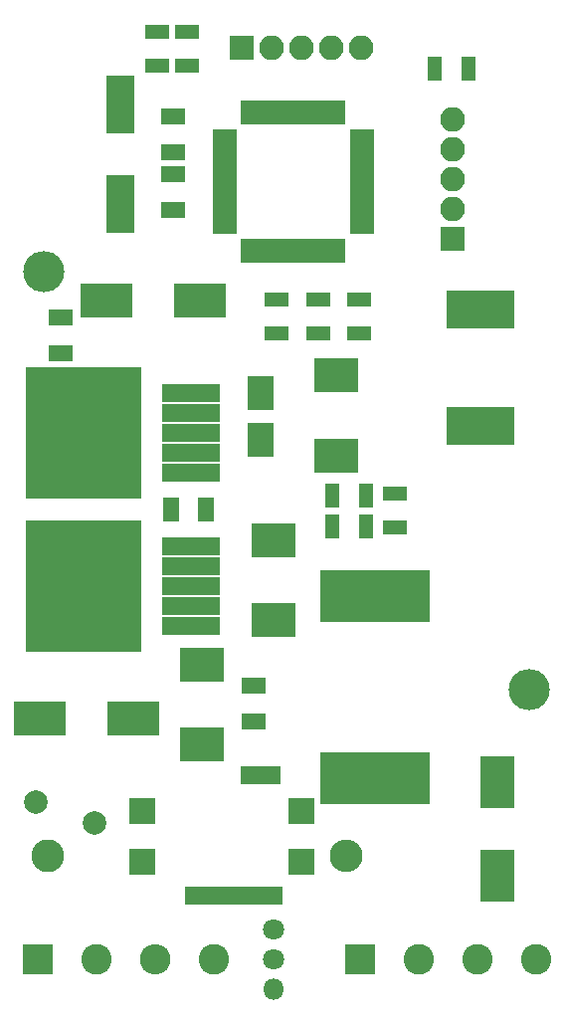
<source format=gbr>
G04 #@! TF.FileFunction,Soldermask,Top*
%FSLAX46Y46*%
G04 Gerber Fmt 4.6, Leading zero omitted, Abs format (unit mm)*
G04 Created by KiCad (PCBNEW 4.0.6) date 08/22/19 22:44:13*
%MOMM*%
%LPD*%
G01*
G04 APERTURE LIST*
%ADD10C,0.100000*%
%ADD11R,2.000000X1.400000*%
%ADD12R,1.400000X2.000000*%
%ADD13R,2.200000X2.900000*%
%ADD14R,3.700000X2.900000*%
%ADD15R,2.200000X2.200000*%
%ADD16R,8.400000X1.600000*%
%ADD17R,3.400000X1.600000*%
%ADD18R,2.100000X2.100000*%
%ADD19O,2.100000X2.100000*%
%ADD20R,5.800000X3.300000*%
%ADD21C,2.800000*%
%ADD22O,2.800000X2.800000*%
%ADD23R,2.100000X1.300000*%
%ADD24R,1.300000X2.100000*%
%ADD25R,2.000000X0.960000*%
%ADD26R,0.960000X2.000000*%
%ADD27R,5.000000X1.500000*%
%ADD28R,9.800000X11.200000*%
%ADD29C,2.000000*%
%ADD30R,4.400000X2.900000*%
%ADD31R,2.900000X4.400000*%
%ADD32R,2.600000X2.600000*%
%ADD33C,2.600000*%
%ADD34O,2.600000X2.600000*%
%ADD35R,9.400000X4.380000*%
%ADD36O,1.800000X1.800000*%
%ADD37C,1.800000*%
%ADD38O,3.500000X3.500000*%
%ADD39R,2.400000X4.900000*%
G04 APERTURE END LIST*
D10*
D11*
X162211000Y-58375000D03*
X162211000Y-55375000D03*
X162211000Y-60275000D03*
X162211000Y-63275000D03*
D12*
X165011000Y-88775000D03*
X162011000Y-88775000D03*
D11*
X152611000Y-75475000D03*
X152611000Y-72475000D03*
X169061000Y-103775000D03*
X169061000Y-106775000D03*
D13*
X169611000Y-82875000D03*
X169611000Y-78875000D03*
D14*
X164611000Y-101975000D03*
X164611000Y-108775000D03*
X170711000Y-91375000D03*
X170711000Y-98175000D03*
X176111000Y-77375000D03*
X176111000Y-84175000D03*
D15*
X159611000Y-114425000D03*
X159611000Y-118725000D03*
X173100000Y-114425000D03*
X173100000Y-118725000D03*
D16*
X167361000Y-121625000D03*
D17*
X169611000Y-111425000D03*
D18*
X185961000Y-65775000D03*
D19*
X185961000Y-63235000D03*
X185961000Y-60695000D03*
X185961000Y-58155000D03*
X185961000Y-55615000D03*
D18*
X168061000Y-49525000D03*
D19*
X170601000Y-49525000D03*
X173141000Y-49525000D03*
X175681000Y-49525000D03*
X178221000Y-49525000D03*
D20*
X188361000Y-71725000D03*
X188361000Y-81625000D03*
D21*
X151561000Y-118225000D03*
D22*
X176961000Y-118225000D03*
D23*
X170961000Y-73825000D03*
X170961000Y-70925000D03*
X174561000Y-73825000D03*
X174561000Y-70925000D03*
X163411000Y-51025000D03*
X163411000Y-48125000D03*
X160811000Y-48125000D03*
X160811000Y-51025000D03*
X178061000Y-73825000D03*
X178061000Y-70925000D03*
D24*
X184461000Y-51275000D03*
X187361000Y-51275000D03*
X178661000Y-87575000D03*
X175761000Y-87575000D03*
X175761000Y-90175000D03*
X178661000Y-90175000D03*
D23*
X181111000Y-90325000D03*
X181111000Y-87425000D03*
D25*
X178261000Y-64875000D03*
X178261000Y-64075000D03*
X178261000Y-63275000D03*
X178261000Y-62475000D03*
X178261000Y-61675000D03*
X178261000Y-60875000D03*
X178261000Y-60075000D03*
X178261000Y-59275000D03*
X178261000Y-58475000D03*
X178261000Y-57675000D03*
X178261000Y-56875000D03*
D26*
X176411000Y-55025000D03*
X175611000Y-55025000D03*
X174811000Y-55025000D03*
X174011000Y-55025000D03*
X173211000Y-55025000D03*
X172411000Y-55025000D03*
X171611000Y-55025000D03*
X170811000Y-55025000D03*
X170011000Y-55025000D03*
X169211000Y-55025000D03*
X168411000Y-55025000D03*
D25*
X166561000Y-56875000D03*
X166561000Y-57675000D03*
X166561000Y-58475000D03*
X166561000Y-59275000D03*
X166561000Y-60075000D03*
X166561000Y-60875000D03*
X166561000Y-61675000D03*
X166561000Y-62475000D03*
X166561000Y-63275000D03*
X166561000Y-64075000D03*
X166561000Y-64875000D03*
D26*
X168411000Y-66725000D03*
X169211000Y-66725000D03*
X170011000Y-66725000D03*
X170811000Y-66725000D03*
X171611000Y-66725000D03*
X172411000Y-66725000D03*
X173211000Y-66725000D03*
X174011000Y-66725000D03*
X174811000Y-66725000D03*
X175611000Y-66725000D03*
X176411000Y-66725000D03*
D27*
X163686000Y-85675000D03*
X163686000Y-83975000D03*
X163686000Y-82275000D03*
X163686000Y-80575000D03*
X163686000Y-78875000D03*
D28*
X154536000Y-82275000D03*
D27*
X163686000Y-98675000D03*
X163686000Y-96975000D03*
X163686000Y-95275000D03*
X163686000Y-93575000D03*
X163686000Y-91875000D03*
D28*
X154536000Y-95275000D03*
D29*
X150511000Y-113675000D03*
X155511000Y-115475000D03*
D30*
X164511000Y-70975000D03*
X156511000Y-70975000D03*
X158811000Y-106575000D03*
X150811000Y-106575000D03*
D31*
X189761000Y-111975000D03*
X189761000Y-119975000D03*
D32*
X150711000Y-127025000D03*
D33*
X155711000Y-127025000D03*
X193111000Y-127025000D03*
X188111000Y-127025000D03*
D32*
X178111000Y-127025000D03*
D33*
X183111000Y-127025000D03*
D34*
X160711000Y-127025000D03*
D33*
X165711000Y-127025000D03*
D35*
X179411000Y-96145000D03*
X179411000Y-111605000D03*
D36*
X170711000Y-129575000D03*
D37*
X170711000Y-127035000D03*
X170711000Y-124495000D03*
D38*
X192511000Y-104075000D03*
X151211000Y-68575000D03*
D39*
X157711000Y-54325000D03*
X157711000Y-62825000D03*
M02*

</source>
